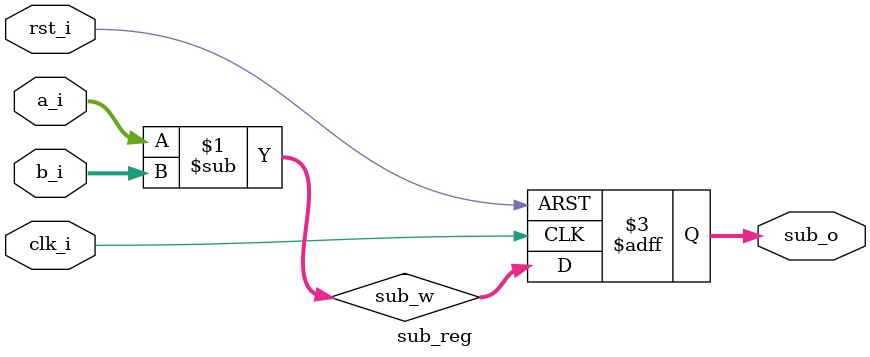
<source format=v>

module sub_reg #(
  parameter Width = 32
) (
  input                         rst_i,
  input                         clk_i,
  input      signed [Width-1:0] a_i,
  input      signed [Width-1:0] b_i,
  output reg signed [Width-1:0] sub_o
);

  wire [Width-1:0] sub_w;
  assign sub_w = a_i - b_i;	

  always @(posedge clk_i, posedge rst_i) begin
    if (rst_i) begin 
      sub_o <= 0;
    end else begin
      sub_o <= sub_w;
    end
  end  

endmodule

</source>
